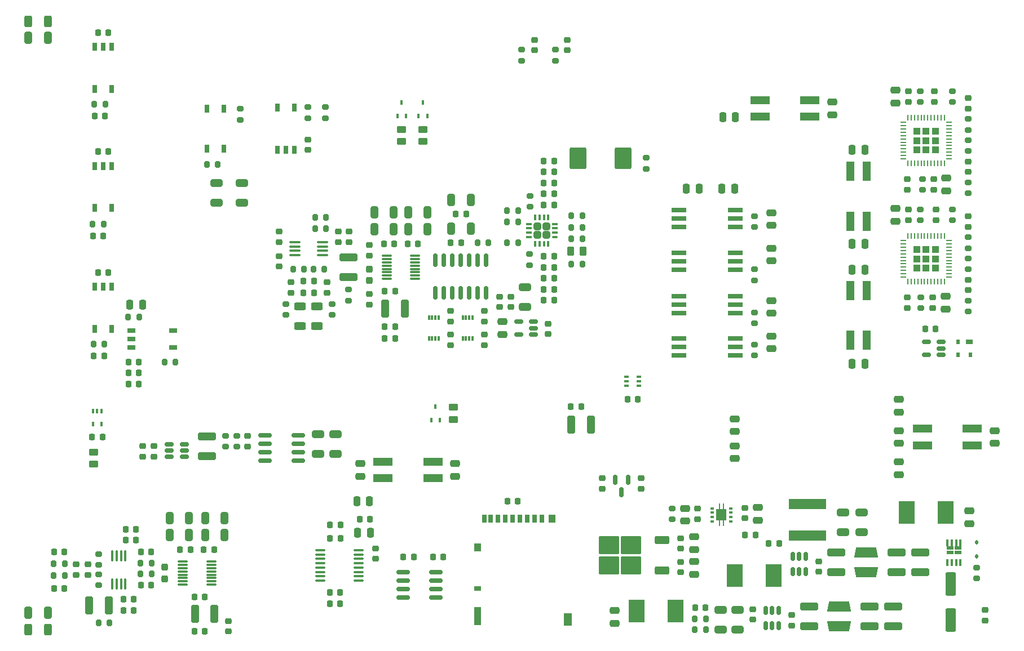
<source format=gtp>
%TF.GenerationSoftware,KiCad,Pcbnew,7.0.1*%
%TF.CreationDate,2023-11-30T13:28:03+01:00*%
%TF.ProjectId,current100A_Artiq,63757272-656e-4743-9130-30415f417274,rev?*%
%TF.SameCoordinates,Original*%
%TF.FileFunction,Paste,Top*%
%TF.FilePolarity,Positive*%
%FSLAX46Y46*%
G04 Gerber Fmt 4.6, Leading zero omitted, Abs format (unit mm)*
G04 Created by KiCad (PCBNEW 7.0.1) date 2023-11-30 13:28:03*
%MOMM*%
%LPD*%
G01*
G04 APERTURE LIST*
G04 Aperture macros list*
%AMRoundRect*
0 Rectangle with rounded corners*
0 $1 Rounding radius*
0 $2 $3 $4 $5 $6 $7 $8 $9 X,Y pos of 4 corners*
0 Add a 4 corners polygon primitive as box body*
4,1,4,$2,$3,$4,$5,$6,$7,$8,$9,$2,$3,0*
0 Add four circle primitives for the rounded corners*
1,1,$1+$1,$2,$3*
1,1,$1+$1,$4,$5*
1,1,$1+$1,$6,$7*
1,1,$1+$1,$8,$9*
0 Add four rect primitives between the rounded corners*
20,1,$1+$1,$2,$3,$4,$5,0*
20,1,$1+$1,$4,$5,$6,$7,0*
20,1,$1+$1,$6,$7,$8,$9,0*
20,1,$1+$1,$8,$9,$2,$3,0*%
%AMOutline4P*
0 Free polygon, 4 corners , with rotation*
0 The origin of the aperture is its center*
0 number of corners: always 4*
0 $1 to $8 corner X, Y*
0 $9 Rotation angle, in degrees counterclockwise*
0 create outline with 4 corners*
4,1,4,$1,$2,$3,$4,$5,$6,$7,$8,$1,$2,$9*%
G04 Aperture macros list end*
%ADD10RoundRect,0.200000X-0.275000X0.200000X-0.275000X-0.200000X0.275000X-0.200000X0.275000X0.200000X0*%
%ADD11RoundRect,0.200000X0.200000X0.275000X-0.200000X0.275000X-0.200000X-0.275000X0.200000X-0.275000X0*%
%ADD12RoundRect,0.225000X0.250000X-0.225000X0.250000X0.225000X-0.250000X0.225000X-0.250000X-0.225000X0*%
%ADD13RoundRect,0.200000X0.275000X-0.200000X0.275000X0.200000X-0.275000X0.200000X-0.275000X-0.200000X0*%
%ADD14R,0.600000X0.310000*%
%ADD15R,0.230000X0.825000*%
%ADD16R,1.500000X1.750000*%
%ADD17RoundRect,0.225000X0.225000X0.250000X-0.225000X0.250000X-0.225000X-0.250000X0.225000X-0.250000X0*%
%ADD18RoundRect,0.225000X-0.225000X-0.250000X0.225000X-0.250000X0.225000X0.250000X-0.225000X0.250000X0*%
%ADD19RoundRect,0.250000X-0.325000X-0.650000X0.325000X-0.650000X0.325000X0.650000X-0.325000X0.650000X0*%
%ADD20RoundRect,0.250000X-0.450000X0.262500X-0.450000X-0.262500X0.450000X-0.262500X0.450000X0.262500X0*%
%ADD21R,3.000000X1.200000*%
%ADD22R,2.160000X0.640000*%
%ADD23RoundRect,0.250000X0.475000X-0.250000X0.475000X0.250000X-0.475000X0.250000X-0.475000X-0.250000X0*%
%ADD24RoundRect,0.250000X-0.650000X0.325000X-0.650000X-0.325000X0.650000X-0.325000X0.650000X0.325000X0*%
%ADD25RoundRect,0.250000X0.850000X0.350000X-0.850000X0.350000X-0.850000X-0.350000X0.850000X-0.350000X0*%
%ADD26RoundRect,0.250000X1.275000X1.125000X-1.275000X1.125000X-1.275000X-1.125000X1.275000X-1.125000X0*%
%ADD27RoundRect,0.200000X-0.200000X-0.275000X0.200000X-0.275000X0.200000X0.275000X-0.200000X0.275000X0*%
%ADD28R,2.413000X3.429000*%
%ADD29RoundRect,0.225000X-0.250000X0.225000X-0.250000X-0.225000X0.250000X-0.225000X0.250000X0.225000X0*%
%ADD30R,0.800000X1.200000*%
%ADD31RoundRect,0.218750X-0.218750X-0.256250X0.218750X-0.256250X0.218750X0.256250X-0.218750X0.256250X0*%
%ADD32R,0.700000X1.200000*%
%ADD33R,1.000000X0.800000*%
%ADD34R,1.000000X1.200000*%
%ADD35R,1.000000X2.800000*%
%ADD36R,1.300000X1.900000*%
%ADD37RoundRect,0.218750X-0.256250X0.218750X-0.256250X-0.218750X0.256250X-0.218750X0.256250X0.218750X0*%
%ADD38RoundRect,0.150000X0.512500X0.150000X-0.512500X0.150000X-0.512500X-0.150000X0.512500X-0.150000X0*%
%ADD39RoundRect,0.250000X-0.312500X-0.625000X0.312500X-0.625000X0.312500X0.625000X-0.312500X0.625000X0*%
%ADD40Outline4P,-1.500000X-0.725000X1.500000X-0.725000X1.800000X0.725000X-1.800000X0.725000X0.000000*%
%ADD41Outline4P,-1.800000X-0.725000X1.800000X-0.725000X1.500000X0.725000X-1.500000X0.725000X0.000000*%
%ADD42R,0.450000X0.700000*%
%ADD43RoundRect,0.250000X0.450000X-0.262500X0.450000X0.262500X-0.450000X0.262500X-0.450000X-0.262500X0*%
%ADD44RoundRect,0.250000X-0.475000X0.250000X-0.475000X-0.250000X0.475000X-0.250000X0.475000X0.250000X0*%
%ADD45RoundRect,0.150000X-0.150000X0.825000X-0.150000X-0.825000X0.150000X-0.825000X0.150000X0.825000X0*%
%ADD46R,0.300000X0.800000*%
%ADD47RoundRect,0.075000X-0.650000X-0.075000X0.650000X-0.075000X0.650000X0.075000X-0.650000X0.075000X0*%
%ADD48RoundRect,0.100000X-0.637500X-0.100000X0.637500X-0.100000X0.637500X0.100000X-0.637500X0.100000X0*%
%ADD49RoundRect,0.250000X0.250000X0.475000X-0.250000X0.475000X-0.250000X-0.475000X0.250000X-0.475000X0*%
%ADD50RoundRect,0.218750X0.218750X0.256250X-0.218750X0.256250X-0.218750X-0.256250X0.218750X-0.256250X0*%
%ADD51RoundRect,0.250000X-1.100000X0.325000X-1.100000X-0.325000X1.100000X-0.325000X1.100000X0.325000X0*%
%ADD52RoundRect,0.150000X0.825000X0.150000X-0.825000X0.150000X-0.825000X-0.150000X0.825000X-0.150000X0*%
%ADD53RoundRect,0.112500X0.112500X-0.187500X0.112500X0.187500X-0.112500X0.187500X-0.112500X-0.187500X0*%
%ADD54RoundRect,0.237500X0.237500X-0.300000X0.237500X0.300000X-0.237500X0.300000X-0.237500X-0.300000X0*%
%ADD55R,1.000000X0.700000*%
%ADD56R,0.600000X0.700000*%
%ADD57RoundRect,0.250000X0.300000X0.300000X-0.300000X0.300000X-0.300000X-0.300000X0.300000X-0.300000X0*%
%ADD58RoundRect,0.062500X0.375000X0.062500X-0.375000X0.062500X-0.375000X-0.062500X0.375000X-0.062500X0*%
%ADD59RoundRect,0.062500X0.062500X0.375000X-0.062500X0.375000X-0.062500X-0.375000X0.062500X-0.375000X0*%
%ADD60R,1.200000X3.000000*%
%ADD61R,0.650000X0.400000*%
%ADD62RoundRect,0.250000X-0.250000X-0.475000X0.250000X-0.475000X0.250000X0.475000X-0.250000X0.475000X0*%
%ADD63RoundRect,0.250000X0.325000X0.650000X-0.325000X0.650000X-0.325000X-0.650000X0.325000X-0.650000X0*%
%ADD64RoundRect,0.250000X1.100000X-0.325000X1.100000X0.325000X-1.100000X0.325000X-1.100000X-0.325000X0*%
%ADD65RoundRect,0.250000X0.625000X-0.312500X0.625000X0.312500X-0.625000X0.312500X-0.625000X-0.312500X0*%
%ADD66R,0.400000X0.650000*%
%ADD67RoundRect,0.250000X0.650000X-0.325000X0.650000X0.325000X-0.650000X0.325000X-0.650000X-0.325000X0*%
%ADD68RoundRect,0.150000X-0.150000X0.587500X-0.150000X-0.587500X0.150000X-0.587500X0.150000X0.587500X0*%
%ADD69RoundRect,0.250000X-0.325000X-1.100000X0.325000X-1.100000X0.325000X1.100000X-0.325000X1.100000X0*%
%ADD70RoundRect,0.218750X0.256250X-0.218750X0.256250X0.218750X-0.256250X0.218750X-0.256250X-0.218750X0*%
%ADD71RoundRect,0.100000X0.100000X-0.712500X0.100000X0.712500X-0.100000X0.712500X-0.100000X-0.712500X0*%
%ADD72RoundRect,0.250000X-0.625000X0.312500X-0.625000X-0.312500X0.625000X-0.312500X0.625000X0.312500X0*%
%ADD73RoundRect,0.100000X0.712500X0.100000X-0.712500X0.100000X-0.712500X-0.100000X0.712500X-0.100000X0*%
%ADD74R,1.200000X0.800000*%
%ADD75RoundRect,0.250000X1.000000X-1.400000X1.000000X1.400000X-1.000000X1.400000X-1.000000X-1.400000X0*%
%ADD76RoundRect,0.250000X-0.550000X1.500000X-0.550000X-1.500000X0.550000X-1.500000X0.550000X1.500000X0*%
%ADD77RoundRect,0.250000X0.325000X1.100000X-0.325000X1.100000X-0.325000X-1.100000X0.325000X-1.100000X0*%
%ADD78RoundRect,0.250000X0.262500X0.450000X-0.262500X0.450000X-0.262500X-0.450000X0.262500X-0.450000X0*%
%ADD79RoundRect,0.150000X0.150000X-0.512500X0.150000X0.512500X-0.150000X0.512500X-0.150000X-0.512500X0*%
%ADD80RoundRect,0.250000X0.315000X-0.315000X0.315000X0.315000X-0.315000X0.315000X-0.315000X-0.315000X0*%
%ADD81RoundRect,0.087500X0.087500X-0.337500X0.087500X0.337500X-0.087500X0.337500X-0.087500X-0.337500X0*%
%ADD82RoundRect,0.081250X0.081250X-0.343750X0.081250X0.343750X-0.081250X0.343750X-0.081250X-0.343750X0*%
%ADD83RoundRect,0.081250X0.343750X-0.081250X0.343750X0.081250X-0.343750X0.081250X-0.343750X-0.081250X0*%
%ADD84RoundRect,0.087500X0.337500X-0.087500X0.337500X0.087500X-0.337500X0.087500X-0.337500X-0.087500X0*%
%ADD85RoundRect,0.150000X-0.825000X-0.150000X0.825000X-0.150000X0.825000X0.150000X-0.825000X0.150000X0*%
%ADD86RoundRect,0.237500X-0.237500X0.300000X-0.237500X-0.300000X0.237500X-0.300000X0.237500X0.300000X0*%
%ADD87R,5.700000X1.600000*%
%ADD88R,1.000000X0.600000*%
%ADD89R,0.420000X1.000000*%
%ADD90R,0.420000X0.990000*%
G04 APERTURE END LIST*
D10*
%TO.C,R27*%
X146304000Y-14796000D03*
X146304000Y-16446000D03*
%TD*%
D11*
%TO.C,R41*%
X76644000Y-37592000D03*
X74994000Y-37592000D03*
%TD*%
D12*
%TO.C,C80*%
X139700000Y-16396000D03*
X139700000Y-14846000D03*
%TD*%
D13*
%TO.C,R29*%
X38862000Y-68262000D03*
X38862000Y-66612000D03*
%TD*%
D14*
%TO.C,U6*%
X110233000Y-77511000D03*
X110233000Y-78161000D03*
X110233000Y-78811000D03*
X110233000Y-79461000D03*
X113033000Y-79461000D03*
X113033000Y-78811000D03*
X113033000Y-78161000D03*
X113033000Y-77511000D03*
D15*
X111308000Y-77198000D03*
X111308000Y-79774000D03*
D16*
X111633000Y-78486000D03*
D15*
X111958000Y-77198000D03*
X111958000Y-79774000D03*
%TD*%
D17*
%TO.C,C134*%
X86500000Y-31877000D03*
X84950000Y-31877000D03*
%TD*%
D11*
%TO.C,R42*%
X81089000Y-32766000D03*
X79439000Y-32766000D03*
%TD*%
D12*
%TO.C,C104*%
X24765000Y-69736000D03*
X24765000Y-68186000D03*
%TD*%
D18*
%TO.C,C41*%
X21831000Y-92837000D03*
X23381000Y-92837000D03*
%TD*%
D10*
%TO.C,R21*%
X146304000Y-32576000D03*
X146304000Y-34226000D03*
%TD*%
D19*
%TO.C,C51*%
X28751000Y-81534000D03*
X31701000Y-81534000D03*
%TD*%
D20*
%TO.C,R48*%
X71374000Y-62333500D03*
X71374000Y-64158500D03*
%TD*%
D19*
%TO.C,C1*%
X7542000Y-6731000D03*
X10492000Y-6731000D03*
%TD*%
D12*
%TO.C,C123*%
X80010000Y-47257000D03*
X80010000Y-45707000D03*
%TD*%
D21*
%TO.C,L1*%
X149292000Y-68052000D03*
X149292000Y-65552000D03*
X141792000Y-65552000D03*
X141792000Y-68052000D03*
%TD*%
D22*
%TO.C,U30*%
X113744000Y-48133000D03*
X113744000Y-46863000D03*
X113744000Y-45593000D03*
X105204000Y-45593000D03*
X105204000Y-46863000D03*
X105204000Y-48133000D03*
%TD*%
D23*
%TO.C,C18*%
X107569000Y-87437000D03*
X107569000Y-85537000D03*
%TD*%
D24*
%TO.C,C29*%
X132715000Y-78154000D03*
X132715000Y-81104000D03*
%TD*%
D17*
%TO.C,C65*%
X54413500Y-82031000D03*
X52863500Y-82031000D03*
%TD*%
D18*
%TO.C,C115*%
X64503000Y-37719000D03*
X66053000Y-37719000D03*
%TD*%
D17*
%TO.C,C21*%
X120282000Y-82804000D03*
X118732000Y-82804000D03*
%TD*%
D25*
%TO.C,U4*%
X102703000Y-86862000D03*
D26*
X98078000Y-86107000D03*
X98078000Y-83057000D03*
X94728000Y-86107000D03*
X94728000Y-83057000D03*
D25*
X102703000Y-82302000D03*
%TD*%
D21*
%TO.C,L15*%
X124908000Y-18649000D03*
X124908000Y-16149000D03*
X117408000Y-16149000D03*
X117408000Y-18649000D03*
%TD*%
D27*
%TO.C,R7*%
X11367000Y-87630000D03*
X13017000Y-87630000D03*
%TD*%
D19*
%TO.C,C132*%
X71042000Y-35433000D03*
X73992000Y-35433000D03*
%TD*%
D24*
%TO.C,C28*%
X114046000Y-92759000D03*
X114046000Y-95709000D03*
%TD*%
D13*
%TO.C,R32*%
X52197000Y-18859000D03*
X52197000Y-17209000D03*
%TD*%
%TO.C,R16*%
X141605000Y-47434000D03*
X141605000Y-45784000D03*
%TD*%
D28*
%TO.C,L6*%
X113665000Y-87630000D03*
X119507000Y-87630000D03*
%TD*%
D12*
%TO.C,C44*%
X37592000Y-96025000D03*
X37592000Y-94475000D03*
%TD*%
D29*
%TO.C,C38*%
X14732000Y-85966000D03*
X14732000Y-87516000D03*
%TD*%
D19*
%TO.C,C2*%
X7542000Y-93218000D03*
X10492000Y-93218000D03*
%TD*%
D10*
%TO.C,R18*%
X148717000Y-46292000D03*
X148717000Y-47942000D03*
%TD*%
D17*
%TO.C,C124*%
X86500000Y-46228000D03*
X84950000Y-46228000D03*
%TD*%
D12*
%TO.C,C78*%
X143637000Y-16396000D03*
X143637000Y-14846000D03*
%TD*%
D30*
%TO.C,U37*%
X34417000Y-23447000D03*
X36957000Y-23447000D03*
X36957000Y-17447000D03*
X34417000Y-17447000D03*
%TD*%
D31*
%TO.C,L12*%
X84937500Y-44577000D03*
X86512500Y-44577000D03*
%TD*%
D27*
%TO.C,R8*%
X11367000Y-85852000D03*
X13017000Y-85852000D03*
%TD*%
D22*
%TO.C,U28*%
X113744000Y-35179000D03*
X113744000Y-33909000D03*
X113744000Y-32639000D03*
X105204000Y-32639000D03*
X105204000Y-33909000D03*
X105204000Y-35179000D03*
%TD*%
D32*
%TO.C,J3*%
X84660000Y-79091000D03*
X83560000Y-79091000D03*
X82460000Y-79091000D03*
X81360000Y-79091000D03*
X80260000Y-79091000D03*
X79160000Y-79091000D03*
X78060000Y-79091000D03*
X76960000Y-79091000D03*
X76010000Y-79091000D03*
D33*
X75060000Y-89591000D03*
D34*
X75060000Y-83391000D03*
D35*
X75060000Y-93741000D03*
D34*
X86210000Y-79091000D03*
D36*
X88560000Y-94191000D03*
%TD*%
D37*
%TO.C,D6*%
X52451000Y-43535500D03*
X52451000Y-45110500D03*
%TD*%
D38*
%TO.C,U16*%
X30982500Y-69784000D03*
X30982500Y-68834000D03*
X30982500Y-67884000D03*
X28707500Y-67884000D03*
X28707500Y-68834000D03*
X28707500Y-69784000D03*
%TD*%
D39*
%TO.C,R1*%
X7554500Y-4318000D03*
X10479500Y-4318000D03*
%TD*%
D10*
%TO.C,R30*%
X37211000Y-66612000D03*
X37211000Y-68262000D03*
%TD*%
D40*
%TO.C,L3*%
X133350000Y-87073000D03*
D41*
X133350000Y-84123000D03*
%TD*%
D18*
%TO.C,C47*%
X24457000Y-89027000D03*
X26007000Y-89027000D03*
%TD*%
D12*
%TO.C,C75*%
X148717000Y-35192000D03*
X148717000Y-33642000D03*
%TD*%
D42*
%TO.C,D11*%
X66152000Y-18526000D03*
X67452000Y-18526000D03*
X66802000Y-16526000D03*
%TD*%
D27*
%TO.C,R5*%
X107633000Y-95758000D03*
X109283000Y-95758000D03*
%TD*%
D19*
%TO.C,C105*%
X59485000Y-35560000D03*
X62435000Y-35560000D03*
%TD*%
D12*
%TO.C,C33*%
X93726000Y-74562000D03*
X93726000Y-73012000D03*
%TD*%
D27*
%TO.C,R64*%
X34354000Y-25781000D03*
X36004000Y-25781000D03*
%TD*%
D22*
%TO.C,U31*%
X113744000Y-54483000D03*
X113744000Y-53213000D03*
X113744000Y-51943000D03*
X105204000Y-51943000D03*
X105204000Y-53213000D03*
X105204000Y-54483000D03*
%TD*%
D43*
%TO.C,R46*%
X63627000Y-22375500D03*
X63627000Y-20550500D03*
%TD*%
D42*
%TO.C,D9*%
X62977000Y-18526000D03*
X64277000Y-18526000D03*
X63627000Y-16526000D03*
%TD*%
D12*
%TO.C,C121*%
X76073000Y-49416000D03*
X76073000Y-47866000D03*
%TD*%
D44*
%TO.C,C141*%
X128270000Y-16449000D03*
X128270000Y-18349000D03*
%TD*%
D45*
%TO.C,U22*%
X76327000Y-40197000D03*
X75057000Y-40197000D03*
X73787000Y-40197000D03*
X72517000Y-40197000D03*
X71247000Y-40197000D03*
X69977000Y-40197000D03*
X68707000Y-40197000D03*
X68707000Y-45147000D03*
X69977000Y-45147000D03*
X71247000Y-45147000D03*
X72517000Y-45147000D03*
X73787000Y-45147000D03*
X75057000Y-45147000D03*
X76327000Y-45147000D03*
%TD*%
D17*
%TO.C,C129*%
X72530000Y-37592000D03*
X70980000Y-37592000D03*
%TD*%
D27*
%TO.C,R45*%
X89091000Y-36957000D03*
X90741000Y-36957000D03*
%TD*%
D13*
%TO.C,R50*%
X82804000Y-40957000D03*
X82804000Y-39307000D03*
%TD*%
D17*
%TO.C,C40*%
X23721000Y-82296000D03*
X22171000Y-82296000D03*
%TD*%
D27*
%TO.C,R56*%
X17209000Y-34798000D03*
X18859000Y-34798000D03*
%TD*%
D46*
%TO.C,U19*%
X69203000Y-48869000D03*
X68703000Y-48869000D03*
X68203000Y-48869000D03*
X67703000Y-48869000D03*
X67703000Y-51969000D03*
X68203000Y-51969000D03*
X68703000Y-51969000D03*
X69203000Y-51969000D03*
%TD*%
D30*
%TO.C,U38*%
X47498000Y-17297000D03*
X44958000Y-17297000D03*
X44958000Y-23597000D03*
X46228000Y-23597000D03*
X47498000Y-23597000D03*
%TD*%
%TO.C,U25*%
X17526000Y-50521000D03*
X20066000Y-50521000D03*
X20066000Y-44221000D03*
X18796000Y-44221000D03*
X17526000Y-44221000D03*
%TD*%
D27*
%TO.C,R36*%
X47308000Y-41529000D03*
X48958000Y-41529000D03*
%TD*%
D47*
%TO.C,U8*%
X30743000Y-85499000D03*
X30743000Y-85999000D03*
X30743000Y-86499000D03*
X30743000Y-86999000D03*
X30743000Y-87499000D03*
X30743000Y-87999000D03*
X30743000Y-88499000D03*
X30743000Y-88999000D03*
X35043000Y-88999000D03*
X35043000Y-88499000D03*
X35043000Y-87999000D03*
X35043000Y-87499000D03*
X35043000Y-86999000D03*
X35043000Y-86499000D03*
X35043000Y-85999000D03*
X35043000Y-85499000D03*
%TD*%
D42*
%TO.C,D10*%
X68057000Y-64246000D03*
X69357000Y-64246000D03*
X68707000Y-62246000D03*
%TD*%
D24*
%TO.C,C27*%
X111506000Y-92759000D03*
X111506000Y-95709000D03*
%TD*%
D48*
%TO.C,U11*%
X51411000Y-83820000D03*
X51411000Y-84470000D03*
X51411000Y-85120000D03*
X51411000Y-85770000D03*
X51411000Y-86420000D03*
X51411000Y-87070000D03*
X51411000Y-87720000D03*
X51411000Y-88370000D03*
X57136000Y-88370000D03*
X57136000Y-87720000D03*
X57136000Y-87070000D03*
X57136000Y-86420000D03*
X57136000Y-85770000D03*
X57136000Y-85120000D03*
X57136000Y-84470000D03*
X57136000Y-83820000D03*
%TD*%
D49*
%TO.C,C63*%
X58906500Y-81142000D03*
X57006500Y-81142000D03*
%TD*%
D29*
%TO.C,C71*%
X148717000Y-43167000D03*
X148717000Y-44717000D03*
%TD*%
D50*
%TO.C,L14*%
X73304500Y-33274000D03*
X71729500Y-33274000D03*
%TD*%
D51*
%TO.C,C6*%
X137414000Y-92251000D03*
X137414000Y-95201000D03*
%TD*%
D12*
%TO.C,C11*%
X122174000Y-95136000D03*
X122174000Y-93586000D03*
%TD*%
D52*
%TO.C,U15*%
X48068000Y-70358000D03*
X48068000Y-69088000D03*
X48068000Y-67818000D03*
X48068000Y-66548000D03*
X43118000Y-66548000D03*
X43118000Y-67818000D03*
X43118000Y-69088000D03*
X43118000Y-70358000D03*
%TD*%
D13*
%TO.C,R14*%
X86741000Y-10223000D03*
X86741000Y-8573000D03*
%TD*%
D18*
%TO.C,C39*%
X21831000Y-91186000D03*
X23381000Y-91186000D03*
%TD*%
D53*
%TO.C,D1*%
X149987000Y-84743000D03*
X149987000Y-82643000D03*
%TD*%
D43*
%TO.C,R52*%
X66802000Y-22375500D03*
X66802000Y-20550500D03*
%TD*%
D21*
%TO.C,L10*%
X60810500Y-70494000D03*
X60810500Y-72994000D03*
X68310500Y-72994000D03*
X68310500Y-70494000D03*
%TD*%
D18*
%TO.C,C32*%
X115176000Y-81534000D03*
X116726000Y-81534000D03*
%TD*%
D50*
%TO.C,D13*%
X18948500Y-54610000D03*
X17373500Y-54610000D03*
%TD*%
D54*
%TO.C,C48*%
X28026000Y-88111500D03*
X28026000Y-86386500D03*
%TD*%
D18*
%TO.C,C127*%
X84950000Y-42926000D03*
X86500000Y-42926000D03*
%TD*%
D29*
%TO.C,C116*%
X70993000Y-51422000D03*
X70993000Y-52972000D03*
%TD*%
%TO.C,C72*%
X148717000Y-26937000D03*
X148717000Y-25387000D03*
%TD*%
D37*
%TO.C,D3*%
X16510000Y-85953500D03*
X16510000Y-87528500D03*
%TD*%
D13*
%TO.C,R67*%
X49530000Y-18859000D03*
X49530000Y-17209000D03*
%TD*%
D18*
%TO.C,C46*%
X32499000Y-90805000D03*
X34049000Y-90805000D03*
%TD*%
%TO.C,C139*%
X18021000Y-5969000D03*
X19571000Y-5969000D03*
%TD*%
D55*
%TO.C,D5*%
X148832000Y-52467000D03*
D56*
X147132000Y-52467000D03*
X147132000Y-54467000D03*
X149032000Y-54467000D03*
%TD*%
D29*
%TO.C,C98*%
X45212000Y-35928000D03*
X45212000Y-37478000D03*
%TD*%
D17*
%TO.C,C125*%
X86500000Y-25273000D03*
X84950000Y-25273000D03*
%TD*%
D57*
%TO.C,U13*%
X143737000Y-23595000D03*
X143737000Y-22225000D03*
X143737000Y-20855000D03*
X142367000Y-23595000D03*
X142367000Y-22225000D03*
X142367000Y-20855000D03*
X140997000Y-23595000D03*
X140997000Y-22225000D03*
X140997000Y-20855000D03*
D58*
X145804500Y-24975000D03*
X145804500Y-24475000D03*
X145804500Y-23975000D03*
X145804500Y-23475000D03*
X145804500Y-22975000D03*
X145804500Y-22475000D03*
X145804500Y-21975000D03*
X145804500Y-21475000D03*
X145804500Y-20975000D03*
X145804500Y-20475000D03*
X145804500Y-19975000D03*
X145804500Y-19475000D03*
D59*
X145117000Y-18787500D03*
X144617000Y-18787500D03*
X144117000Y-18787500D03*
X143617000Y-18787500D03*
X143117000Y-18787500D03*
X142617000Y-18787500D03*
X142117000Y-18787500D03*
X141617000Y-18787500D03*
X141117000Y-18787500D03*
X140617000Y-18787500D03*
X140117000Y-18787500D03*
X139617000Y-18787500D03*
D58*
X138929500Y-19475000D03*
X138929500Y-19975000D03*
X138929500Y-20475000D03*
X138929500Y-20975000D03*
X138929500Y-21475000D03*
X138929500Y-21975000D03*
X138929500Y-22475000D03*
X138929500Y-22975000D03*
X138929500Y-23475000D03*
X138929500Y-23975000D03*
X138929500Y-24475000D03*
X138929500Y-24975000D03*
D59*
X139617000Y-25662500D03*
X140117000Y-25662500D03*
X140617000Y-25662500D03*
X141117000Y-25662500D03*
X141617000Y-25662500D03*
X142117000Y-25662500D03*
X142617000Y-25662500D03*
X143117000Y-25662500D03*
X143617000Y-25662500D03*
X144117000Y-25662500D03*
X144617000Y-25662500D03*
X145117000Y-25662500D03*
%TD*%
D12*
%TO.C,C153*%
X49530000Y-23635000D03*
X49530000Y-22085000D03*
%TD*%
D23*
%TO.C,C17*%
X113665000Y-65974000D03*
X113665000Y-64074000D03*
%TD*%
D28*
%TO.C,L7*%
X145288000Y-78105000D03*
X139446000Y-78105000D03*
%TD*%
D13*
%TO.C,R22*%
X141859000Y-29654000D03*
X141859000Y-28004000D03*
%TD*%
D11*
%TO.C,R39*%
X52260000Y-35433000D03*
X50610000Y-35433000D03*
%TD*%
D44*
%TO.C,C88*%
X145415000Y-27879000D03*
X145415000Y-29779000D03*
%TD*%
D29*
%TO.C,C118*%
X76073000Y-51422000D03*
X76073000Y-52972000D03*
%TD*%
D12*
%TO.C,C12*%
X126238000Y-87021000D03*
X126238000Y-85471000D03*
%TD*%
D10*
%TO.C,R23*%
X141478000Y-14796000D03*
X141478000Y-16446000D03*
%TD*%
D18*
%TO.C,C133*%
X84950000Y-39624000D03*
X86500000Y-39624000D03*
%TD*%
D10*
%TO.C,R24*%
X148717000Y-28512000D03*
X148717000Y-30162000D03*
%TD*%
D51*
%TO.C,C7*%
X141478000Y-84123000D03*
X141478000Y-87073000D03*
%TD*%
D23*
%TO.C,C85*%
X137795000Y-34351000D03*
X137795000Y-32451000D03*
%TD*%
D10*
%TO.C,R9*%
X18161000Y-84392000D03*
X18161000Y-86042000D03*
%TD*%
D18*
%TO.C,C131*%
X84950000Y-30226000D03*
X86500000Y-30226000D03*
%TD*%
D19*
%TO.C,C53*%
X34085000Y-78994000D03*
X37035000Y-78994000D03*
%TD*%
D13*
%TO.C,R15*%
X81661000Y-10223000D03*
X81661000Y-8573000D03*
%TD*%
D18*
%TO.C,C157*%
X22593000Y-58801000D03*
X24143000Y-58801000D03*
%TD*%
D27*
%TO.C,R53*%
X89091000Y-35306000D03*
X90741000Y-35306000D03*
%TD*%
D12*
%TO.C,C97*%
X54102000Y-37478000D03*
X54102000Y-35928000D03*
%TD*%
D60*
%TO.C,L17*%
X133457000Y-26857000D03*
X130957000Y-26857000D03*
X130957000Y-34357000D03*
X133457000Y-34357000D03*
%TD*%
D29*
%TO.C,C36*%
X108077000Y-77584000D03*
X108077000Y-79134000D03*
%TD*%
D61*
%TO.C,U24*%
X97348000Y-57770000D03*
X97348000Y-58420000D03*
X97348000Y-59070000D03*
X99248000Y-59070000D03*
X99248000Y-58420000D03*
X99248000Y-57770000D03*
%TD*%
D44*
%TO.C,C35*%
X148844000Y-77917000D03*
X148844000Y-79817000D03*
%TD*%
D13*
%TO.C,R66*%
X39370000Y-19113000D03*
X39370000Y-17463000D03*
%TD*%
D47*
%TO.C,U18*%
X61350000Y-39525000D03*
X61350000Y-40025000D03*
X61350000Y-40525000D03*
X61350000Y-41025000D03*
X61350000Y-41525000D03*
X61350000Y-42025000D03*
X61350000Y-42525000D03*
X61350000Y-43025000D03*
X65650000Y-43025000D03*
X65650000Y-42525000D03*
X65650000Y-42025000D03*
X65650000Y-41525000D03*
X65650000Y-41025000D03*
X65650000Y-40525000D03*
X65650000Y-40025000D03*
X65650000Y-39525000D03*
%TD*%
D44*
%TO.C,C15*%
X138303000Y-61153000D03*
X138303000Y-63053000D03*
%TD*%
D62*
%TO.C,C146*%
X131257000Y-37719000D03*
X133157000Y-37719000D03*
%TD*%
D63*
%TO.C,C50*%
X31701000Y-78994000D03*
X28751000Y-78994000D03*
%TD*%
D27*
%TO.C,R55*%
X17336000Y-52832000D03*
X18986000Y-52832000D03*
%TD*%
D30*
%TO.C,U27*%
X17526000Y-14453000D03*
X20066000Y-14453000D03*
X20066000Y-8153000D03*
X18796000Y-8153000D03*
X17526000Y-8153000D03*
%TD*%
D50*
%TO.C,D2*%
X12979500Y-89535000D03*
X11404500Y-89535000D03*
%TD*%
D13*
%TO.C,R40*%
X82931000Y-32194000D03*
X82931000Y-30544000D03*
%TD*%
D27*
%TO.C,R63*%
X28004000Y-55499000D03*
X29654000Y-55499000D03*
%TD*%
D13*
%TO.C,R34*%
X46228000Y-48450000D03*
X46228000Y-46800000D03*
%TD*%
D11*
%TO.C,R4*%
X109283000Y-94107000D03*
X107633000Y-94107000D03*
%TD*%
D64*
%TO.C,C9*%
X124841000Y-95201000D03*
X124841000Y-92251000D03*
%TD*%
D39*
%TO.C,R2*%
X7554500Y-95758000D03*
X10479500Y-95758000D03*
%TD*%
D65*
%TO.C,R28*%
X48387000Y-50103500D03*
X48387000Y-47178500D03*
%TD*%
D37*
%TO.C,L4*%
X151257000Y-92811500D03*
X151257000Y-94386500D03*
%TD*%
D31*
%TO.C,D4*%
X11404500Y-84074000D03*
X12979500Y-84074000D03*
%TD*%
D10*
%TO.C,R20*%
X148717000Y-36767000D03*
X148717000Y-38417000D03*
%TD*%
D46*
%TO.C,U20*%
X74283000Y-48869000D03*
X73783000Y-48869000D03*
X73283000Y-48869000D03*
X72783000Y-48869000D03*
X72783000Y-51969000D03*
X73283000Y-51969000D03*
X73783000Y-51969000D03*
X74283000Y-51969000D03*
%TD*%
D18*
%TO.C,C154*%
X22593000Y-55499000D03*
X24143000Y-55499000D03*
%TD*%
D12*
%TO.C,C68*%
X59734500Y-85092000D03*
X59734500Y-83542000D03*
%TD*%
D50*
%TO.C,L11*%
X62636500Y-50165000D03*
X61061500Y-50165000D03*
%TD*%
%TO.C,L9*%
X34061500Y-96012000D03*
X32486500Y-96012000D03*
%TD*%
D44*
%TO.C,C151*%
X119126000Y-46294000D03*
X119126000Y-48194000D03*
%TD*%
D29*
%TO.C,C82*%
X139573000Y-28054000D03*
X139573000Y-29604000D03*
%TD*%
D12*
%TO.C,C74*%
X83566000Y-8649000D03*
X83566000Y-7099000D03*
%TD*%
D66*
%TO.C,U32*%
X18557000Y-62931000D03*
X17907000Y-62931000D03*
X17257000Y-62931000D03*
X17257000Y-64831000D03*
X18557000Y-64831000D03*
%TD*%
D63*
%TO.C,C54*%
X37035000Y-81534000D03*
X34085000Y-81534000D03*
%TD*%
D29*
%TO.C,C126*%
X78359000Y-45707000D03*
X78359000Y-47257000D03*
%TD*%
D13*
%TO.C,R61*%
X116586000Y-54546000D03*
X116586000Y-52896000D03*
%TD*%
D67*
%TO.C,C90*%
X53721000Y-69293000D03*
X53721000Y-66343000D03*
%TD*%
D68*
%TO.C,U5*%
X97597000Y-73230500D03*
X95697000Y-73230500D03*
X96647000Y-75105500D03*
%TD*%
D29*
%TO.C,C81*%
X139573000Y-45834000D03*
X139573000Y-47384000D03*
%TD*%
D44*
%TO.C,C87*%
X145288000Y-45659000D03*
X145288000Y-47559000D03*
%TD*%
D10*
%TO.C,R25*%
X148717000Y-22162000D03*
X148717000Y-23812000D03*
%TD*%
D23*
%TO.C,C59*%
X57448500Y-72694000D03*
X57448500Y-70794000D03*
%TD*%
D62*
%TO.C,C144*%
X111826000Y-18669000D03*
X113726000Y-18669000D03*
%TD*%
D12*
%TO.C,C79*%
X139700000Y-34176000D03*
X139700000Y-32626000D03*
%TD*%
D29*
%TO.C,C109*%
X58801000Y-45326000D03*
X58801000Y-46876000D03*
%TD*%
D17*
%TO.C,C67*%
X65418000Y-84836000D03*
X63868000Y-84836000D03*
%TD*%
D44*
%TO.C,C149*%
X119126000Y-38420000D03*
X119126000Y-40320000D03*
%TD*%
D62*
%TO.C,C150*%
X106365000Y-29464000D03*
X108265000Y-29464000D03*
%TD*%
D17*
%TO.C,C60*%
X69863000Y-84836000D03*
X68313000Y-84836000D03*
%TD*%
D18*
%TO.C,C89*%
X142227000Y-50546000D03*
X143777000Y-50546000D03*
%TD*%
D69*
%TO.C,C110*%
X61136000Y-47498000D03*
X64086000Y-47498000D03*
%TD*%
D38*
%TO.C,U21*%
X83433500Y-51369000D03*
X83433500Y-50419000D03*
X83433500Y-49469000D03*
X81158500Y-49469000D03*
X81158500Y-51369000D03*
%TD*%
D17*
%TO.C,C128*%
X86500000Y-28575000D03*
X84950000Y-28575000D03*
%TD*%
D18*
%TO.C,C64*%
X57308500Y-79110000D03*
X58858500Y-79110000D03*
%TD*%
D43*
%TO.C,R62*%
X17399000Y-70889500D03*
X17399000Y-69064500D03*
%TD*%
D70*
%TO.C,D8*%
X46990000Y-45110500D03*
X46990000Y-43535500D03*
%TD*%
D63*
%TO.C,C114*%
X67515000Y-35560000D03*
X64565000Y-35560000D03*
%TD*%
D24*
%TO.C,C91*%
X51054000Y-66343000D03*
X51054000Y-69293000D03*
%TD*%
D10*
%TO.C,R6*%
X104267000Y-77534000D03*
X104267000Y-79184000D03*
%TD*%
D40*
%TO.C,L2*%
X129286000Y-95201000D03*
D41*
X129286000Y-92251000D03*
%TD*%
D67*
%TO.C,C92*%
X39624000Y-31574000D03*
X39624000Y-28624000D03*
%TD*%
D12*
%TO.C,C30*%
X99568000Y-74562000D03*
X99568000Y-73012000D03*
%TD*%
D17*
%TO.C,C130*%
X86500000Y-41275000D03*
X84950000Y-41275000D03*
%TD*%
D62*
%TO.C,C143*%
X131257000Y-23622000D03*
X133157000Y-23622000D03*
%TD*%
D44*
%TO.C,C25*%
X117094000Y-77409000D03*
X117094000Y-79309000D03*
%TD*%
D71*
%TO.C,U7*%
X20193000Y-88853500D03*
X20843000Y-88853500D03*
X21493000Y-88853500D03*
X22143000Y-88853500D03*
X22143000Y-84628500D03*
X21493000Y-84628500D03*
X20843000Y-84628500D03*
X20193000Y-84628500D03*
%TD*%
D10*
%TO.C,R26*%
X148717000Y-18987000D03*
X148717000Y-20637000D03*
%TD*%
D27*
%TO.C,R49*%
X79439000Y-37592000D03*
X81089000Y-37592000D03*
%TD*%
D12*
%TO.C,C73*%
X88519000Y-8649000D03*
X88519000Y-7099000D03*
%TD*%
D44*
%TO.C,C148*%
X119126000Y-51628000D03*
X119126000Y-53528000D03*
%TD*%
D11*
%TO.C,R43*%
X90741000Y-40767000D03*
X89091000Y-40767000D03*
%TD*%
D12*
%TO.C,C22*%
X105537000Y-83579000D03*
X105537000Y-82029000D03*
%TD*%
D72*
%TO.C,R31*%
X50927000Y-47178500D03*
X50927000Y-50103500D03*
%TD*%
D17*
%TO.C,C42*%
X23721000Y-80645000D03*
X22171000Y-80645000D03*
%TD*%
D73*
%TO.C,U17*%
X51769500Y-39456000D03*
X51769500Y-38806000D03*
X51769500Y-38156000D03*
X51769500Y-37506000D03*
X47544500Y-37506000D03*
X47544500Y-38156000D03*
X47544500Y-38806000D03*
X47544500Y-39456000D03*
%TD*%
D29*
%TO.C,C107*%
X58801000Y-37960000D03*
X58801000Y-39510000D03*
%TD*%
D28*
%TO.C,L8*%
X98933000Y-92964000D03*
X104775000Y-92964000D03*
%TD*%
D18*
%TO.C,C156*%
X22593000Y-57150000D03*
X24143000Y-57150000D03*
%TD*%
D23*
%TO.C,C61*%
X71672500Y-72694000D03*
X71672500Y-70794000D03*
%TD*%
D69*
%TO.C,C45*%
X32561000Y-93345000D03*
X35511000Y-93345000D03*
%TD*%
D10*
%TO.C,R35*%
X55626000Y-44641000D03*
X55626000Y-46291000D03*
%TD*%
D62*
%TO.C,C147*%
X111699000Y-29464000D03*
X113599000Y-29464000D03*
%TD*%
D17*
%TO.C,C49*%
X26007000Y-84074000D03*
X24457000Y-84074000D03*
%TD*%
D18*
%TO.C,C66*%
X52819000Y-90159000D03*
X54369000Y-90159000D03*
%TD*%
D51*
%TO.C,C4*%
X137922000Y-84123000D03*
X137922000Y-87073000D03*
%TD*%
D11*
%TO.C,R37*%
X52006000Y-41529000D03*
X50356000Y-41529000D03*
%TD*%
D74*
%TO.C,U36*%
X29312000Y-53340000D03*
X29312000Y-50800000D03*
X23012000Y-50800000D03*
X23012000Y-52070000D03*
X23012000Y-53340000D03*
%TD*%
D12*
%TO.C,C102*%
X26416000Y-69736000D03*
X26416000Y-68186000D03*
%TD*%
D29*
%TO.C,C83*%
X143383000Y-45834000D03*
X143383000Y-47384000D03*
%TD*%
D17*
%TO.C,C23*%
X109233000Y-92456000D03*
X107683000Y-92456000D03*
%TD*%
D23*
%TO.C,C119*%
X78740000Y-51369000D03*
X78740000Y-49469000D03*
%TD*%
D13*
%TO.C,R33*%
X53213000Y-48450000D03*
X53213000Y-46800000D03*
%TD*%
D10*
%TO.C,R3*%
X149987000Y-86424000D03*
X149987000Y-88074000D03*
%TD*%
D17*
%TO.C,C52*%
X31890000Y-83693000D03*
X30340000Y-83693000D03*
%TD*%
D10*
%TO.C,R17*%
X141478000Y-32576000D03*
X141478000Y-34226000D03*
%TD*%
D51*
%TO.C,C3*%
X133858000Y-92251000D03*
X133858000Y-95201000D03*
%TD*%
D44*
%TO.C,C26*%
X107569000Y-81793000D03*
X107569000Y-83693000D03*
%TD*%
D57*
%TO.C,U12*%
X143737000Y-41375000D03*
X143737000Y-40005000D03*
X143737000Y-38635000D03*
X142367000Y-41375000D03*
X142367000Y-40005000D03*
X142367000Y-38635000D03*
X140997000Y-41375000D03*
X140997000Y-40005000D03*
X140997000Y-38635000D03*
D58*
X145804500Y-42755000D03*
X145804500Y-42255000D03*
X145804500Y-41755000D03*
X145804500Y-41255000D03*
X145804500Y-40755000D03*
X145804500Y-40255000D03*
X145804500Y-39755000D03*
X145804500Y-39255000D03*
X145804500Y-38755000D03*
X145804500Y-38255000D03*
X145804500Y-37755000D03*
X145804500Y-37255000D03*
D59*
X145117000Y-36567500D03*
X144617000Y-36567500D03*
X144117000Y-36567500D03*
X143617000Y-36567500D03*
X143117000Y-36567500D03*
X142617000Y-36567500D03*
X142117000Y-36567500D03*
X141617000Y-36567500D03*
X141117000Y-36567500D03*
X140617000Y-36567500D03*
X140117000Y-36567500D03*
X139617000Y-36567500D03*
D58*
X138929500Y-37255000D03*
X138929500Y-37755000D03*
X138929500Y-38255000D03*
X138929500Y-38755000D03*
X138929500Y-39255000D03*
X138929500Y-39755000D03*
X138929500Y-40255000D03*
X138929500Y-40755000D03*
X138929500Y-41255000D03*
X138929500Y-41755000D03*
X138929500Y-42255000D03*
X138929500Y-42755000D03*
D59*
X139617000Y-43442500D03*
X140117000Y-43442500D03*
X140617000Y-43442500D03*
X141117000Y-43442500D03*
X141617000Y-43442500D03*
X142117000Y-43442500D03*
X142617000Y-43442500D03*
X143117000Y-43442500D03*
X143617000Y-43442500D03*
X144117000Y-43442500D03*
X144617000Y-43442500D03*
X145117000Y-43442500D03*
%TD*%
D44*
%TO.C,C37*%
X106172000Y-77536000D03*
X106172000Y-79436000D03*
%TD*%
D30*
%TO.C,U26*%
X17526000Y-32360000D03*
X20066000Y-32360000D03*
X20066000Y-26060000D03*
X18796000Y-26060000D03*
X17526000Y-26060000D03*
%TD*%
D12*
%TO.C,C120*%
X70993000Y-49416000D03*
X70993000Y-47866000D03*
%TD*%
D44*
%TO.C,C8*%
X138303000Y-65852000D03*
X138303000Y-67752000D03*
%TD*%
D27*
%TO.C,R65*%
X22543000Y-48768000D03*
X24193000Y-48768000D03*
%TD*%
D75*
%TO.C,D12*%
X90072000Y-24892000D03*
X96872000Y-24892000D03*
%TD*%
D27*
%TO.C,R57*%
X17463000Y-16764000D03*
X19113000Y-16764000D03*
%TD*%
D11*
%TO.C,R13*%
X26057000Y-85725000D03*
X24407000Y-85725000D03*
%TD*%
D12*
%TO.C,C20*%
X116332000Y-94247000D03*
X116332000Y-92697000D03*
%TD*%
D63*
%TO.C,C103*%
X62435000Y-33020000D03*
X59485000Y-33020000D03*
%TD*%
D17*
%TO.C,C106*%
X62624000Y-51943000D03*
X61074000Y-51943000D03*
%TD*%
D18*
%TO.C,C55*%
X33896000Y-83693000D03*
X35446000Y-83693000D03*
%TD*%
D17*
%TO.C,C111*%
X62497000Y-37719000D03*
X60947000Y-37719000D03*
%TD*%
D64*
%TO.C,C99*%
X55626000Y-42750000D03*
X55626000Y-39800000D03*
%TD*%
D38*
%TO.C,U14*%
X144647500Y-54417000D03*
X144647500Y-53467000D03*
X144647500Y-52517000D03*
X142372500Y-52517000D03*
X142372500Y-54417000D03*
%TD*%
D11*
%TO.C,R38*%
X52260000Y-33782000D03*
X50610000Y-33782000D03*
%TD*%
D24*
%TO.C,C122*%
X82169000Y-44245000D03*
X82169000Y-47195000D03*
%TD*%
D11*
%TO.C,R11*%
X19748000Y-94742000D03*
X18098000Y-94742000D03*
%TD*%
D76*
%TO.C,C13*%
X146050000Y-88867000D03*
X146050000Y-94267000D03*
%TD*%
D29*
%TO.C,C31*%
X115189000Y-77457000D03*
X115189000Y-79007000D03*
%TD*%
D17*
%TO.C,C69*%
X54413500Y-79999000D03*
X52863500Y-79999000D03*
%TD*%
D77*
%TO.C,C43*%
X19636000Y-92075000D03*
X16686000Y-92075000D03*
%TD*%
D62*
%TO.C,C142*%
X131257000Y-41656000D03*
X133157000Y-41656000D03*
%TD*%
D23*
%TO.C,C14*%
X138303000Y-72451000D03*
X138303000Y-70551000D03*
%TD*%
D60*
%TO.C,L16*%
X133457000Y-44764000D03*
X130957000Y-44764000D03*
X130957000Y-52264000D03*
X133457000Y-52264000D03*
%TD*%
D50*
%TO.C,D15*%
X19075500Y-18542000D03*
X17500500Y-18542000D03*
%TD*%
D44*
%TO.C,C5*%
X152654000Y-65852000D03*
X152654000Y-67752000D03*
%TD*%
D69*
%TO.C,C56*%
X89076000Y-64897000D03*
X92026000Y-64897000D03*
%TD*%
D23*
%TO.C,C86*%
X137795000Y-16571000D03*
X137795000Y-14671000D03*
%TD*%
D29*
%TO.C,C84*%
X143510000Y-28054000D03*
X143510000Y-29604000D03*
%TD*%
D51*
%TO.C,C93*%
X34417000Y-66724000D03*
X34417000Y-69674000D03*
%TD*%
D12*
%TO.C,C100*%
X55753000Y-37478000D03*
X55753000Y-35928000D03*
%TD*%
D10*
%TO.C,R60*%
X116586000Y-48070000D03*
X116586000Y-49720000D03*
%TD*%
D27*
%TO.C,R44*%
X79439000Y-34417000D03*
X81089000Y-34417000D03*
%TD*%
D12*
%TO.C,C95*%
X40513000Y-68212000D03*
X40513000Y-66662000D03*
%TD*%
D18*
%TO.C,C137*%
X18021000Y-42037000D03*
X19571000Y-42037000D03*
%TD*%
D44*
%TO.C,C152*%
X119126000Y-33086000D03*
X119126000Y-34986000D03*
%TD*%
D50*
%TO.C,D7*%
X50444500Y-43307000D03*
X48869500Y-43307000D03*
%TD*%
D11*
%TO.C,R12*%
X26057000Y-87376000D03*
X24407000Y-87376000D03*
%TD*%
D78*
%TO.C,R47*%
X90828500Y-38862000D03*
X89003500Y-38862000D03*
%TD*%
D79*
%TO.C,U3*%
X122367000Y-86989500D03*
X123317000Y-86989500D03*
X124267000Y-86989500D03*
X124267000Y-84714500D03*
X123317000Y-84714500D03*
X122367000Y-84714500D03*
%TD*%
D12*
%TO.C,C77*%
X143891000Y-34176000D03*
X143891000Y-32626000D03*
%TD*%
D17*
%TO.C,C57*%
X81039000Y-76454000D03*
X79489000Y-76454000D03*
%TD*%
D29*
%TO.C,C19*%
X105537000Y-85585000D03*
X105537000Y-87135000D03*
%TD*%
D31*
%TO.C,L13*%
X84937500Y-26924000D03*
X86512500Y-26924000D03*
%TD*%
D12*
%TO.C,C117*%
X85598000Y-51321000D03*
X85598000Y-49771000D03*
%TD*%
D10*
%TO.C,R51*%
X100330000Y-24829000D03*
X100330000Y-26479000D03*
%TD*%
D12*
%TO.C,C101*%
X45212000Y-41161000D03*
X45212000Y-39611000D03*
%TD*%
D63*
%TO.C,C135*%
X73992000Y-31115000D03*
X71042000Y-31115000D03*
%TD*%
D13*
%TO.C,R58*%
X116586000Y-35242000D03*
X116586000Y-33592000D03*
%TD*%
D80*
%TO.C,U23*%
X84008200Y-36387800D03*
X85308200Y-36387800D03*
X84008200Y-35087800D03*
X85308200Y-35087800D03*
D81*
X83683200Y-37712800D03*
X84333200Y-37712800D03*
D82*
X84983200Y-37712800D03*
D81*
X85633200Y-37712800D03*
D83*
X86633200Y-36712800D03*
D84*
X86633200Y-36062800D03*
X86633200Y-35412800D03*
X86633200Y-34762800D03*
D81*
X85633200Y-33762800D03*
X84983200Y-33762800D03*
X84333200Y-33762800D03*
X83683200Y-33762800D03*
D84*
X82683200Y-34762800D03*
X82683200Y-35412800D03*
X82683200Y-36062800D03*
X82683200Y-36712800D03*
%TD*%
D12*
%TO.C,C76*%
X148717000Y-17412000D03*
X148717000Y-15862000D03*
%TD*%
D62*
%TO.C,C62*%
X56879500Y-76443000D03*
X58779500Y-76443000D03*
%TD*%
D64*
%TO.C,C10*%
X128905000Y-87073000D03*
X128905000Y-84123000D03*
%TD*%
D62*
%TO.C,C145*%
X131257000Y-55753000D03*
X133157000Y-55753000D03*
%TD*%
D13*
%TO.C,R10*%
X18161000Y-89090000D03*
X18161000Y-87440000D03*
%TD*%
D17*
%TO.C,C70*%
X54369000Y-91810000D03*
X52819000Y-91810000D03*
%TD*%
%TO.C,C136*%
X99073000Y-61087000D03*
X97523000Y-61087000D03*
%TD*%
D24*
%TO.C,C24*%
X129921000Y-78154000D03*
X129921000Y-81104000D03*
%TD*%
D85*
%TO.C,U10*%
X63819000Y-87122000D03*
X63819000Y-88392000D03*
X63819000Y-89662000D03*
X63819000Y-90932000D03*
X68769000Y-90932000D03*
X68769000Y-89662000D03*
X68769000Y-88392000D03*
X68769000Y-87122000D03*
%TD*%
D27*
%TO.C,R54*%
X89091000Y-33528000D03*
X90741000Y-33528000D03*
%TD*%
D22*
%TO.C,U29*%
X113744000Y-41656000D03*
X113744000Y-40386000D03*
X113744000Y-39116000D03*
X105204000Y-39116000D03*
X105204000Y-40386000D03*
X105204000Y-41656000D03*
%TD*%
D50*
%TO.C,D14*%
X18821500Y-36576000D03*
X17246500Y-36576000D03*
%TD*%
D10*
%TO.C,R19*%
X148717000Y-39942000D03*
X148717000Y-41592000D03*
%TD*%
D79*
%TO.C,U2*%
X118303000Y-95117500D03*
X119253000Y-95117500D03*
X120203000Y-95117500D03*
X120203000Y-92842500D03*
X119253000Y-92842500D03*
X118303000Y-92842500D03*
%TD*%
D86*
%TO.C,C108*%
X58801000Y-41555500D03*
X58801000Y-43280500D03*
%TD*%
D18*
%TO.C,C58*%
X89014000Y-62230000D03*
X90564000Y-62230000D03*
%TD*%
D23*
%TO.C,C16*%
X113665000Y-70038000D03*
X113665000Y-68138000D03*
%TD*%
D18*
%TO.C,C112*%
X61074000Y-44831000D03*
X62624000Y-44831000D03*
%TD*%
D87*
%TO.C,L5*%
X124587000Y-76898000D03*
X124587000Y-81598000D03*
%TD*%
D44*
%TO.C,C34*%
X95631000Y-92903000D03*
X95631000Y-94803000D03*
%TD*%
D10*
%TO.C,R59*%
X116586000Y-41593000D03*
X116586000Y-43243000D03*
%TD*%
D18*
%TO.C,C96*%
X48882000Y-45085000D03*
X50432000Y-45085000D03*
%TD*%
D67*
%TO.C,C94*%
X35814000Y-31574000D03*
X35814000Y-28624000D03*
%TD*%
D88*
%TO.C,Q1*%
X145993000Y-84181000D03*
X147123000Y-84181000D03*
X145993000Y-83471000D03*
X147123000Y-83471000D03*
D89*
X145583000Y-82701000D03*
X146233000Y-82701000D03*
X146883000Y-82701000D03*
X147533000Y-82701000D03*
D90*
X145583000Y-85701000D03*
D89*
X146233000Y-85701000D03*
X146883000Y-85701000D03*
X147533000Y-85701000D03*
%TD*%
D17*
%TO.C,C140*%
X18682000Y-66802000D03*
X17132000Y-66802000D03*
%TD*%
D18*
%TO.C,C138*%
X18021000Y-23876000D03*
X19571000Y-23876000D03*
%TD*%
D49*
%TO.C,C155*%
X24699000Y-46863000D03*
X22799000Y-46863000D03*
%TD*%
D19*
%TO.C,C113*%
X64565000Y-33020000D03*
X67515000Y-33020000D03*
%TD*%
M02*

</source>
